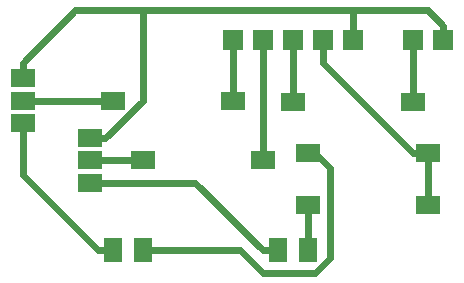
<source format=gbl>
%FSLAX23Y23*%
%MOIN*%
G04 EasyPC Gerber Version 18.0.1 Build 3581 *
%ADD21R,0.06000X0.08000*%
%ADD13R,0.06890X0.06890*%
%ADD18R,0.07874X0.05906*%
%ADD20R,0.07874X0.05906*%
%ADD14C,0.02244*%
X0Y0D02*
D02*
D13*
X903Y828D03*
X1002D03*
X1103D03*
X1202D03*
X1303D03*
X1503D03*
X1603D03*
D02*
D14*
X203Y553D02*
Y378D01*
X453Y128*
X502*
X203Y703D02*
Y753D01*
X378Y928*
X603*
X428Y353D02*
X778D01*
X1002Y128*
X1053*
X428Y502D02*
X477D01*
X603Y627*
Y928*
X502Y627D02*
X203D01*
X603Y128D02*
X928D01*
X1002Y53*
X1178*
X1228Y103*
Y403*
X1178Y453*
X1153*
X603Y428D02*
X428D01*
X603Y928D02*
X1303D01*
X903Y627D02*
Y828D01*
X1002Y428D02*
Y828D01*
X1103Y621D02*
Y828D01*
X1153Y278D02*
Y128D01*
X1303Y828D02*
Y928D01*
X1553*
X1603Y877*
Y828*
X1503Y621D02*
Y828D01*
X1553Y453D02*
Y278D01*
Y453D02*
X1503D01*
X1202Y753*
Y828*
D02*
D18*
X203Y553D03*
Y627D03*
Y703D03*
X428Y353D03*
Y428D03*
Y502D03*
D02*
D20*
X502Y627D03*
X603Y428D03*
X903Y627D03*
X1002Y428D03*
X1103Y621D03*
X1153Y278D03*
Y453D03*
X1503Y621D03*
X1553Y278D03*
Y453D03*
D02*
D21*
X502Y128D03*
X603D03*
X1053D03*
X1153D03*
X0Y0D02*
M02*

</source>
